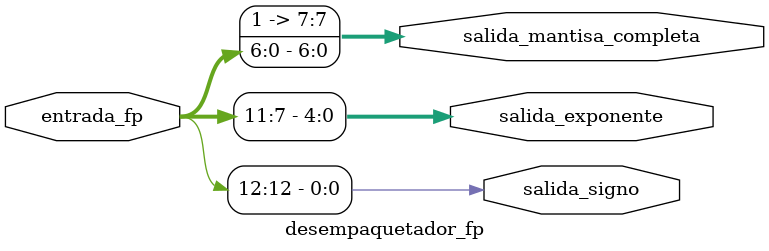
<source format=sv>
module desempaquetador_fp (
 input  logic [12:0] entrada_fp,
 output logic        salida_signo,
 output logic [4:0]  salida_exponente,
 output logic [7:0]  salida_mantisa_completa
);

// El bit 12 es el del signo
 assign salida_signo = entrada_fp[12];
    
// Los siguientes 5 bits son para el exponente
 assign salida_exponente  = entrada_fp[11:7];
    
// Le pegamos el 1 que viene implícito a los 7 bits de la mantisa
 assign salida_mantisa_completa = {1'b1, entrada_fp[6:0]};

endmodule
</source>
